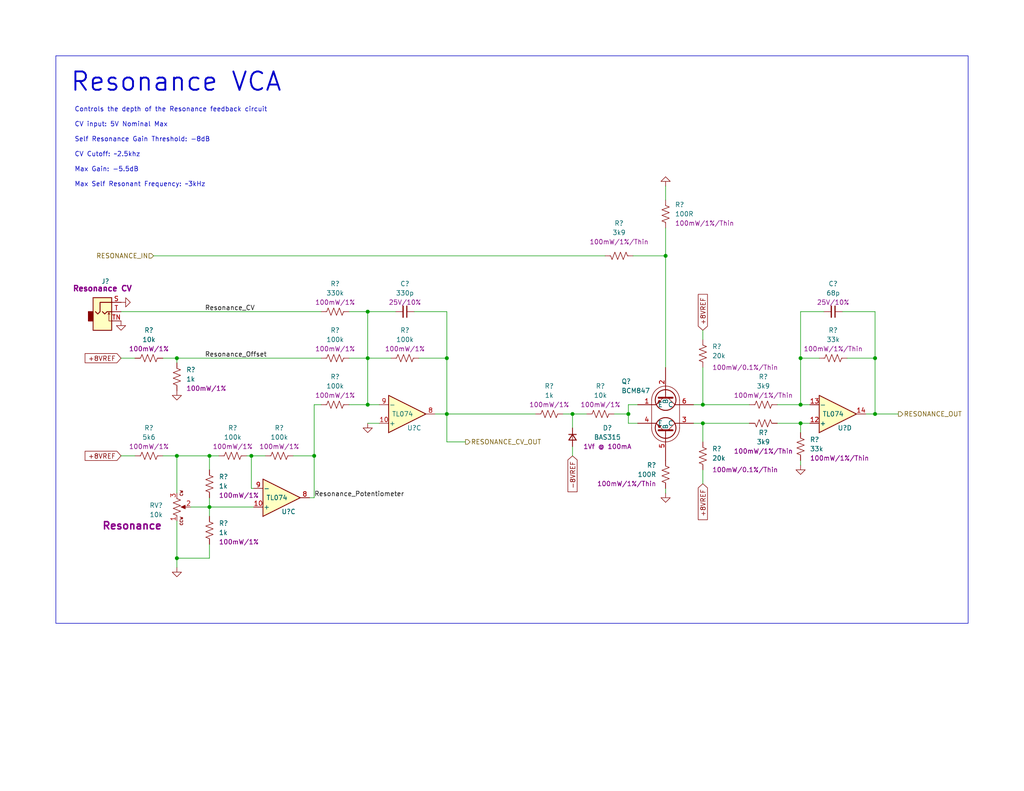
<source format=kicad_sch>
(kicad_sch (version 20230121) (generator eeschema)
  (paper "USLetter")
  (title_block (title "Neptune") (date "2023-07-20") (rev "v0") (company "Winterbloom") (comment 1 "Carson Walls") (comment 2 "CERN-OHL-P v2") (comment 3 "neptune.wntr.dev"))
  (lib_symbols
    (symbol "Carson's Schematic Symbols:BCM847"
      (property "Reference" "Q" (at -10.795 5.715 0))
      (property "Value" "BCM847" (at -10.795 8.255 0))
      (symbol "BCM847_0_1"
        (arc (start -7.62 0) (mid -6.5036 -2.6936) (end -3.81 -3.81))
        (circle (center -3.81 0) (radius 2.8194) (stroke (width 0.254)))
        (arc (start -3.81 3.81) (mid -6.5033 2.6933) (end -7.62 0))
        (polyline (pts (xy -4.445 0.635) (xy -2.54 2.54)))
        (polyline (pts (xy 3.81 -3.81) (xy -3.81 -3.81)))
        (polyline (pts (xy 3.81 3.81) (xy -3.81 3.81)))
        (polyline (pts (xy 4.445 0.635) (xy 2.54 2.54)))
        (polyline (pts (xy -4.445 -0.635) (xy -2.54 -2.54) (xy -2.54 -2.54)))
        (polyline (pts (xy -4.445 1.905) (xy -4.445 -1.905) (xy -4.445 -1.905)) (stroke (width 0.508)))
        (polyline (pts (xy 4.445 -0.635) (xy 2.54 -2.54) (xy 2.54 -2.54)))
        (polyline (pts (xy 4.445 1.905) (xy 4.445 -1.905) (xy 4.445 -1.905)) (stroke (width 0.508)))
        (polyline (pts (xy -3.81 -1.778) (xy -3.302 -1.27) (xy -2.794 -2.286) (xy -3.81 -1.778) (xy -3.81 -1.778)) (fill (type outline)))
        (polyline (pts (xy 3.81 -1.778) (xy 3.302 -1.27) (xy 2.794 -2.286) (xy 3.81 -1.778) (xy 3.81 -1.778)) (fill (type outline)))
        (arc (start 3.81 -3.81) (mid 6.5037 -2.6937) (end 7.62 0))
        (circle (center 3.81 0) (radius 2.8194) (stroke (width 0.254)))
        (arc (start 7.62 0) (mid 6.5035 2.6935) (end 3.81 3.81))
      )
      (symbol "BCM847_1_1"
        (pin passive line (at -2.54 -7.62 90) (length 5) (name "E") (number "1"))
        (pin input line (at -12.7 0 0) (length 8) (name "B") (number "2"))
        (pin passive line (at 2.54 7.62 270) (length 5) (name "C") (number "3"))
        (pin passive line (at 2.54 -7.62 90) (length 5) (name "E") (number "4"))
        (pin input line (at 12.7 0 180) (length 8) (name "B") (number "5"))
        (pin passive line (at -2.54 7.62 270) (length 5) (name "C") (number "6"))
      )
    )
    (symbol "Device:C_Small" (pin_numbers hide) (pin_names (offset 0.254) hide)
      (property "Reference" "C" (at 0.254 1.778 0))
      (property "Value" "C_Small" (at 0.254 -2.032 0))
      (symbol "C_Small_0_1"
        (polyline (pts (xy -1.524 -0.508) (xy 1.524 -0.508)) (stroke (width 0.3302)))
        (polyline (pts (xy -1.524 0.508) (xy 1.524 0.508)) (stroke (width 0.3048)))
      )
      (symbol "C_Small_1_1"
        (pin passive line (at 0 2.54 270) (length 2.032) (name "~") (number "1"))
        (pin passive line (at 0 -2.54 90) (length 2.032) (name "~") (number "2"))
      )
    )
    (symbol "Device:D_Small" (pin_numbers hide) (pin_names (offset 0.254) hide)
      (property "Reference" "D" (at -1.27 2.032 0))
      (property "Value" "D_Small" (at -3.81 -2.032 0))
      (symbol "D_Small_0_1"
        (polyline (pts (xy -0.762 -1.016) (xy -0.762 1.016)) (stroke (width 0.254)))
        (polyline (pts (xy -0.762 0) (xy 0.762 0)))
        (polyline (pts (xy 0.762 -1.016) (xy -0.762 0) (xy 0.762 1.016) (xy 0.762 -1.016)) (stroke (width 0.254)))
      )
      (symbol "D_Small_1_1"
        (pin passive line (at -2.54 0 0) (length 1.778) (name "K") (number "1"))
        (pin passive line (at 2.54 0 180) (length 1.778) (name "A") (number "2"))
      )
    )
    (symbol "Device:R_US" (pin_numbers hide) (pin_names (offset 0))
      (property "Reference" "R" (at 2.54 0 90))
      (property "Value" "R_US" (at -2.54 0 90))
      (symbol "R_US_0_1"
        (polyline (pts (xy 0 -2.286) (xy 0 -2.54)))
        (polyline (pts (xy 0 2.286) (xy 0 2.54)))
        (polyline (pts (xy 0 -0.762) (xy 1.016 -1.143) (xy 0 -1.524) (xy -1.016 -1.905) (xy 0 -2.286)))
        (polyline (pts (xy 0 0.762) (xy 1.016 0.381) (xy 0 0) (xy -1.016 -0.381) (xy 0 -0.762)))
        (polyline (pts (xy 0 2.286) (xy 1.016 1.905) (xy 0 1.524) (xy -1.016 1.143) (xy 0 0.762)))
      )
      (symbol "R_US_1_1"
        (pin passive line (at 0 3.81 270) (length 1.27) (name "~") (number "1"))
        (pin passive line (at 0 -3.81 90) (length 1.27) (name "~") (number "2"))
      )
    )
    (symbol "power:GND" (power) (pin_names (offset 0))
      (property "Value" "GND" (at 0 -3.81 0))
      (symbol "GND_0_1"
        (polyline (pts (xy 0 0) (xy 0 -1.27) (xy 1.27 -1.27) (xy 0 -2.54) (xy -1.27 -1.27) (xy 0 -1.27)))
      )
      (symbol "GND_1_1"
        (pin power_in line (at 0 0 270) (length 0) hide (name "GND") (number "1"))
      )
    )
    (symbol "winterbloom:Eurorack_Mono_Jack" (pin_names hide)
      (property "Reference" "J" (at 3.302 -4.064 0))
      (property "Value" "Eurorack_Mono_Jack" (at 0 5.08 0))
      (symbol "Eurorack_Mono_Jack_0_1"
        (rectangle (start -2.54 -5.08) (end 2.54 3.81) (stroke (width 0.254)) (fill (type background)))
        (polyline (pts (xy -1.778 -1.016) (xy -2.032 -0.508)))
        (polyline (pts (xy -2.54 1.27) (xy -1.778 1.27) (xy -1.778 -1.016) (xy -1.524 -0.508)))
        (polyline (pts (xy 0 -1.27) (xy -0.635 -0.635) (xy -1.27 -1.27) (xy -2.54 -1.27)) (stroke (width 0.254)))
        (polyline (pts (xy -2.54 -3.81) (xy 0.635 -3.81) (xy 0.635 -1.27) (xy 1.27 -0.635) (xy 1.905 -1.27)) (stroke (width 0.254)))
        (rectangle (start 2.54 -1.27) (end 3.81 1.27) (stroke (width 0.254)) (fill (type outline)))
      )
      (symbol "Eurorack_Mono_Jack_1_1"
        (pin passive line (at -5.08 -3.81 0) (length 2.54) (name "Sleeve") (number "S"))
        (pin passive line (at -5.08 -1.27 0) (length 2.54) (name "Tip") (number "T"))
        (pin passive line (at -5.08 1.27 0) (length 2.54) (name "Tip_normalize") (number "TN"))
      )
    )
    (symbol "winterbloom:Eurorack_Pot" (pin_names (offset 1.016) hide)
      (property "Reference" "RV" (at 0 4.445 0))
      (property "Value" "Eurorack_Pot" (at 0 2.54 0))
      (symbol "Eurorack_Pot_0_0"
        (text "CCW" (at -3.81 -1.27 0) (effects (font (size 0.762 0.762))))
        (text "CW" (at 3.81 -1.27 0) (effects (font (size 0.762 0.762))))
      )
      (symbol "Eurorack_Pot_0_1"
        (polyline (pts (xy -2.286 0) (xy -2.54 0)))
        (polyline (pts (xy 0 -2.54) (xy 0 -1.524)))
        (polyline (pts (xy 2.54 0) (xy 2.286 0)))
        (polyline (pts (xy 0 -1.143) (xy 0.508 -2.286) (xy -0.508 -2.286) (xy 0 -1.143)) (fill (type outline)))
        (polyline (pts (xy -0.762 0) (xy -1.143 -1.016) (xy -1.524 0) (xy -1.905 1.016) (xy -2.286 0)))
        (polyline (pts (xy 0.762 0) (xy 0.381 -1.016) (xy 0 0) (xy -0.381 1.016) (xy -0.762 0)))
        (polyline (pts (xy 2.286 0) (xy 1.905 -1.016) (xy 1.524 0) (xy 1.143 1.016) (xy 0.762 0)))
      )
      (symbol "Eurorack_Pot_1_1"
        (pin passive line (at -3.81 0 0) (length 1.27) (name "1") (number "1"))
        (pin passive line (at 0 -3.81 90) (length 1.27) (name "2") (number "2"))
        (pin passive line (at 3.81 0 180) (length 1.27) (name "3") (number "3"))
      )
    )
    (symbol "winterbloom:TL074" (pin_names (offset 0.127))
      (property "Reference" "U" (at 0 3.81 0))
      (property "Value" "TL074" (at 0 -3.81 0))
      (symbol "TL074_1_1"
        (polyline (pts (xy -5.08 5.08) (xy 5.08 0) (xy -5.08 -5.08) (xy -5.08 5.08)) (stroke (width 0.254)) (fill (type background)))
        (pin output line (at 7.62 0 180) (length 2.54) (name "~") (number "1"))
        (pin input line (at -7.62 -2.54 0) (length 2.54) (name "-") (number "2"))
        (pin input line (at -7.62 2.54 0) (length 2.54) (name "+") (number "3"))
      )
      (symbol "TL074_2_1"
        (polyline (pts (xy -5.08 5.08) (xy 5.08 0) (xy -5.08 -5.08) (xy -5.08 5.08)) (stroke (width 0.254)) (fill (type background)))
        (pin input line (at -7.62 2.54 0) (length 2.54) (name "+") (number "5"))
        (pin input line (at -7.62 -2.54 0) (length 2.54) (name "-") (number "6"))
        (pin output line (at 7.62 0 180) (length 2.54) (name "~") (number "7"))
      )
      (symbol "TL074_3_1"
        (polyline (pts (xy -5.08 5.08) (xy 5.08 0) (xy -5.08 -5.08) (xy -5.08 5.08)) (stroke (width 0.254)) (fill (type background)))
        (pin input line (at -7.62 2.54 0) (length 2.54) (name "+") (number "10"))
        (pin output line (at 7.62 0 180) (length 2.54) (name "~") (number "8"))
        (pin input line (at -7.62 -2.54 0) (length 2.54) (name "-") (number "9"))
      )
      (symbol "TL074_4_1"
        (polyline (pts (xy -5.08 5.08) (xy 5.08 0) (xy -5.08 -5.08) (xy -5.08 5.08)) (stroke (width 0.254)) (fill (type background)))
        (pin input line (at -7.62 2.54 0) (length 2.54) (name "+") (number "12"))
        (pin input line (at -7.62 -2.54 0) (length 2.54) (name "-") (number "13"))
        (pin output line (at 7.62 0 180) (length 2.54) (name "~") (number "14"))
      )
      (symbol "TL074_5_1"
        (polyline (pts (xy -5.08 5.08) (xy 5.08 0) (xy -5.08 -5.08) (xy -5.08 5.08)) (stroke (width 0.254)) (fill (type background)))
        (pin power_in line (at -2.54 -7.62 90) (length 3.81) (name "V-") (number "11"))
        (pin power_in line (at -2.54 7.62 270) (length 3.81) (name "V+") (number "4"))
      )
    )
  )
  (junction (at 48.26 152.4))
  (junction (at 191.77 110.49))
  (junction (at 100.33 110.49))
  (junction (at 57.15 124.46))
  (junction (at 171.45 113.03))
  (junction (at 191.77 115.57))
  (junction (at 181.61 69.85))
  (junction (at 218.44 115.57))
  (junction (at 218.44 110.49))
  (junction (at 100.33 97.79))
  (junction (at 238.76 113.03))
  (junction (at 57.15 138.43))
  (junction (at 85.725 124.46))
  (junction (at 121.92 113.03))
  (junction (at 121.92 97.79))
  (junction (at 218.44 97.79))
  (junction (at 48.26 97.79))
  (junction (at 100.33 85.09))
  (junction (at 48.26 124.46))
  (junction (at 156.21 113.03))
  (junction (at 238.76 97.79))
  (junction (at 68.58 124.46))
  (wire (pts (xy 67.31 124.46) (xy 68.58 124.46)))
  (wire (pts (xy 52.07 138.43) (xy 57.15 138.43)))
  (wire (pts (xy 156.21 113.03) (xy 160.02 113.03)))
  (wire (pts (xy 100.33 97.79) (xy 106.68 97.79)))
  (wire (pts (xy 57.15 135.89) (xy 57.15 138.43)))
  (wire (pts (xy 121.92 120.65) (xy 121.92 113.03)))
  (wire (pts (xy 171.45 110.49) (xy 173.99 110.49)))
  (wire (pts (xy 218.44 97.79) (xy 223.52 97.79)))
  (wire (pts (xy 238.76 113.03) (xy 245.11 113.03)))
  (wire (pts (xy 181.61 62.23) (xy 181.61 69.85)))
  (wire (pts (xy 95.25 110.49) (xy 100.33 110.49)))
  (wire (pts (xy 191.77 90.17) (xy 191.77 92.71)))
  (wire (pts (xy 95.25 97.79) (xy 100.33 97.79)))
  (wire (pts (xy 100.33 85.09) (xy 100.33 97.79)))
  (wire (pts (xy 57.15 152.4) (xy 48.26 152.4)))
  (wire (pts (xy 218.44 115.57) (xy 218.44 118.11)))
  (wire (pts (xy 80.01 124.46) (xy 85.725 124.46)))
  (wire (pts (xy 121.92 85.09) (xy 113.03 85.09)))
  (wire (pts (xy 218.44 125.73) (xy 218.44 127)))
  (wire (pts (xy 33.02 124.46) (xy 36.83 124.46)))
  (wire (pts (xy 171.45 113.03) (xy 171.45 115.57)))
  (wire (pts (xy 156.21 113.03) (xy 156.21 116.84)))
  (wire (pts (xy 236.22 113.03) (xy 238.76 113.03)))
  (wire (pts (xy 100.33 85.09) (xy 107.95 85.09)))
  (wire (pts (xy 48.26 152.4) (xy 48.26 154.94)))
  (wire (pts (xy 218.44 115.57) (xy 220.98 115.57)))
  (wire (pts (xy 68.58 133.35) (xy 69.215 133.35)))
  (wire (pts (xy 191.77 115.57) (xy 191.77 120.65)))
  (wire (pts (xy 84.455 135.89) (xy 85.725 135.89)))
  (wire (pts (xy 238.76 97.79) (xy 238.76 85.09)))
  (wire (pts (xy 191.77 115.57) (xy 204.47 115.57)))
  (wire (pts (xy 33.02 85.09) (xy 87.63 85.09)))
  (wire (pts (xy 181.61 134.62) (xy 181.61 133.35)))
  (wire (pts (xy 41.91 69.85) (xy 165.1 69.85)))
  (wire (pts (xy 189.23 110.49) (xy 191.77 110.49)))
  (wire (pts (xy 57.15 138.43) (xy 57.15 140.97)))
  (wire (pts (xy 100.33 110.49) (xy 103.505 110.49)))
  (wire (pts (xy 153.67 113.03) (xy 156.21 113.03)))
  (wire (pts (xy 167.64 113.03) (xy 171.45 113.03)))
  (wire (pts (xy 121.92 113.03) (xy 121.92 97.79)))
  (wire (pts (xy 212.09 110.49) (xy 218.44 110.49)))
  (wire (pts (xy 57.15 124.46) (xy 59.69 124.46)))
  (wire (pts (xy 189.23 115.57) (xy 191.77 115.57)))
  (wire (pts (xy 121.92 97.79) (xy 114.3 97.79)))
  (wire (pts (xy 191.77 128.27) (xy 191.77 132.08)))
  (wire (pts (xy 44.45 124.46) (xy 48.26 124.46)))
  (wire (pts (xy 229.87 85.09) (xy 238.76 85.09)))
  (wire (pts (xy 191.77 100.33) (xy 191.77 110.49)))
  (wire (pts (xy 68.58 124.46) (xy 72.39 124.46)))
  (wire (pts (xy 33.02 97.79) (xy 36.83 97.79)))
  (wire (pts (xy 57.15 128.27) (xy 57.15 124.46)))
  (wire (pts (xy 171.45 110.49) (xy 171.45 113.03)))
  (wire (pts (xy 95.25 85.09) (xy 100.33 85.09)))
  (wire (pts (xy 212.09 115.57) (xy 218.44 115.57)))
  (wire (pts (xy 218.44 110.49) (xy 220.98 110.49)))
  (wire (pts (xy 118.745 113.03) (xy 121.92 113.03)))
  (wire (pts (xy 85.725 124.46) (xy 85.725 135.89)))
  (wire (pts (xy 121.92 113.03) (xy 146.05 113.03)))
  (wire (pts (xy 85.725 110.49) (xy 87.63 110.49)))
  (wire (pts (xy 48.26 124.46) (xy 48.26 134.62)))
  (wire (pts (xy 48.26 97.79) (xy 87.63 97.79)))
  (wire (pts (xy 171.45 115.57) (xy 173.99 115.57)))
  (wire (pts (xy 44.45 97.79) (xy 48.26 97.79)))
  (wire (pts (xy 181.61 69.85) (xy 181.61 100.33)))
  (wire (pts (xy 48.26 97.79) (xy 48.26 99.06)))
  (wire (pts (xy 181.61 50.8) (xy 181.61 54.61)))
  (wire (pts (xy 57.15 148.59) (xy 57.15 152.4)))
  (wire (pts (xy 172.72 69.85) (xy 181.61 69.85)))
  (wire (pts (xy 100.33 97.79) (xy 100.33 110.49)))
  (wire (pts (xy 57.15 124.46) (xy 48.26 124.46)))
  (wire (pts (xy 231.14 97.79) (xy 238.76 97.79)))
  (wire (pts (xy 121.92 97.79) (xy 121.92 85.09)))
  (wire (pts (xy 127 120.65) (xy 121.92 120.65)))
  (wire (pts (xy 224.79 85.09) (xy 218.44 85.09)))
  (wire (pts (xy 68.58 133.35) (xy 68.58 124.46)))
  (wire (pts (xy 191.77 110.49) (xy 204.47 110.49)))
  (wire (pts (xy 57.15 138.43) (xy 69.215 138.43)))
  (wire (pts (xy 85.725 124.46) (xy 85.725 110.49)))
  (wire (pts (xy 156.21 121.92) (xy 156.21 124.46)))
  (wire (pts (xy 100.33 115.57) (xy 103.505 115.57)))
  (wire (pts (xy 48.26 142.24) (xy 48.26 152.4)))
  (wire (pts (xy 238.76 97.79) (xy 238.76 113.03)))
  (wire (pts (xy 218.44 85.09) (xy 218.44 97.79)))
  (wire (pts (xy 218.44 97.79) (xy 218.44 110.49)))
  (rectangle (start 15.24 15.24) (end 264.16 170.18))
  (text "Resonance VCA" (at 19.05 25.4 0) (effects (font (size 5 5) (thickness 0.508) bold) (justify left bottom)))
  (text "Controls the depth of the Resonance feedback circuit \n\nCV input: 5V Nominal Max\n\nSelf Resonance Gain Threshold: -8dB\n\nCV Cutoff: ~2.5khz\n\nMax Gain: -5.5dB\n\nMax Self Resonant Frequency: ~3kHz\n\n\n" (at 20.32 55.245 0) (effects (font (size 1.27 1.27)) (justify left bottom)))
  (label "Resonance_Offset" (at 55.88 97.79 0))
  (label "Resonance_CV" (at 55.88 85.09 0))
  (label "Resonance_Potentiometer" (at 85.725 135.89 0))
  (global_label "+8VREF" (shape input) (at 33.02 124.46 180) (property "Intersheetrefs" "${INTERSHEET_REFS}" (effects hide)))
  (global_label "+8VREF" (shape input) (at 191.77 132.08 270) (property "Intersheetrefs" "${INTERSHEET_REFS}" (effects hide)))
  (global_label "+8VREF" (shape input) (at 33.02 97.79 180) (property "Intersheetrefs" "${INTERSHEET_REFS}" (effects hide)))
  (global_label "-8VREF" (shape input) (at 156.21 124.46 270) (property "Intersheetrefs" "${INTERSHEET_REFS}" (effects hide)))
  (global_label "+8VREF" (shape input) (at 191.77 90.17 90) (property "Intersheetrefs" "${INTERSHEET_REFS}" (effects hide)))
  (hierarchical_label "RESONANCE_IN" (shape input) (at 41.91 69.85 180))
  (hierarchical_label "RESONANCE_CV_OUT" (shape output) (at 127 120.65 0))
  (hierarchical_label "RESONANCE_OUT" (shape output) (at 245.11 113.03 0))
  (symbol (lib_id "Device:R_US") (at 163.83 113.03 270) (unit 1)
    (property "Reference" "R?" (at 163.83 105.41 90))
    (property "Value" "10k" (at 163.83 107.95 90))
    (property "Footprint" "winterbloom:R_0603_HandSolder" (effects hide))
    (property "Rating" "100mW/1%" (at 163.83 110.49 90))
    (instances (project "board" (path "" (reference "R?") (unit 1))) (project "mainboard" (path "" (reference "R?") (unit 1)) (path "" (reference "R?") (unit 1)) (path "" (reference "R613") (unit 1))))
  )
  (symbol (lib_id "Device:R_US") (at 218.44 121.92 0) (unit 1)
    (property "Reference" "R?" (at 220.98 120.015 0) (effects (justify left)))
    (property "Value" "33k" (at 220.98 122.555 0) (effects (justify left)))
    (property "Footprint" "winterbloom:R_0603_HandSolder" (effects hide))
    (property "Rating" "100mW/1%/Thin" (at 220.98 125.095 0) (effects (justify left)))
    (instances (project "board" (path "" (reference "R?") (unit 1))) (project "mainboard" (path "" (reference "R?") (unit 1)) (path "" (reference "R?") (unit 1)) (path "" (reference "R621") (unit 1))))
  )
  (symbol (lib_id "Device:R_US") (at 76.2 124.46 270) (unit 1)
    (property "Reference" "R?" (at 76.2 116.84 90))
    (property "Value" "100k" (at 76.2 119.38 90))
    (property "Footprint" "winterbloom:R_0603_HandSolder" (effects hide))
    (property "Rating" "100mW/1%" (at 76.2 121.92 90))
    (instances (project "board" (path "" (reference "R?") (unit 1))) (project "mainboard" (path "" (reference "R?") (unit 1)) (path "" (reference "R?") (unit 1)) (path "" (reference "R607") (unit 1))))
  )
  (symbol (lib_id "Device:R_US") (at 149.86 113.03 270) (unit 1)
    (property "Reference" "R?" (at 149.86 105.41 90))
    (property "Value" "1k" (at 149.86 107.95 90))
    (property "Footprint" "winterbloom:R_0603_HandSolder" (effects hide))
    (property "Rating" "100mW/1%" (at 149.86 110.49 90))
    (instances (project "board" (path "" (reference "R?") (unit 1))) (project "mainboard" (path "" (reference "R?") (unit 1)) (path "" (reference "R?") (unit 1)) (path "" (reference "R612") (unit 1))))
  )
  (symbol (lib_id "power:GND") (at 181.61 134.62 0) (unit 1)
    (property "Reference" "#PWR?" (effects hide))
    (property "Value" "GND" (effects hide))
    (instances (project "board" (path "" (reference "#PWR?") (unit 1))) (project "mainboard" (path "" (reference "#PWR?") (unit 1)) (path "" (reference "#PWR0607") (unit 1))))
  )
  (symbol (lib_id "power:GND") (at 181.61 50.8 180) (unit 1)
    (property "Reference" "#PWR?" (effects hide))
    (property "Value" "GND" (effects hide))
    (instances (project "board" (path "" (reference "#PWR?") (unit 1))) (project "mainboard" (path "" (reference "#PWR?") (unit 1)) (path "" (reference "#PWR0606") (unit 1))))
  )
  (symbol (lib_id "winterbloom:Eurorack_Mono_Jack") (at 27.94 86.36 180) (unit 1)
    (property "Reference" "J?" (at 28.7528 76.835 0))
    (property "Value" "~" (at 28.7528 79.1464 0))
    (property "Footprint" "winterbloom:AudioJack_WQP518MA_Compact_S_LongPads" (effects hide))
    (property "Datasheet" "http://www.qingpu-electronics.com/en/products/WQP-PJ398SM-362.html" (effects hide))
    (property "MPN" "WQP-WQP518MA" (effects hide))
    (property "Name" "Resonance CV" (at 27.94 78.74 0) (effects (font (size 1.5 1.5) bold)))
    (instances (project "board" (path "" (reference "J?") (unit 1))) (project "mainboard" (path "" (reference "J?") (unit 1)) (path "" (reference "J601") (unit 1))))
  )
  (symbol (lib_id "Device:R_US") (at 191.77 96.52 180) (unit 1)
    (property "Reference" "R?" (at 194.31 94.615 0) (effects (justify right)))
    (property "Value" "20k" (at 194.31 97.155 0) (effects (justify right)))
    (property "Footprint" "winterbloom:R_0603_HandSolder" (effects hide))
    (property "Rating" "100mW/0.1%/Thin" (at 194.31 100.33 0) (effects (justify right)))
    (instances (project "board" (path "" (reference "R?") (unit 1))) (project "mainboard" (path "" (reference "R?") (unit 1)) (path "" (reference "R?") (unit 1)) (path "" (reference "R617") (unit 1))))
  )
  (symbol (lib_id "Device:R_US") (at 181.61 58.42 180) (unit 1)
    (property "Reference" "R?" (at 184.15 55.88 0) (effects (justify right)))
    (property "Value" "100R" (at 184.15 58.42 0) (effects (justify right)))
    (property "Footprint" "winterbloom:R_0603_HandSolder" (effects hide))
    (property "Rating" "100mW/1%/Thin" (at 184.15 60.96 0) (effects (justify right)))
    (instances (project "board" (path "" (reference "R?") (unit 1))) (project "mainboard" (path "" (reference "R?") (unit 1)) (path "" (reference "R?") (unit 1)) (path "" (reference "R615") (unit 1))))
  )
  (symbol (lib_id "Device:R_US") (at 57.15 132.08 0) (unit 1)
    (property "Reference" "R?" (at 59.69 130.175 0) (effects (justify left)))
    (property "Value" "1k" (at 59.69 132.715 0) (effects (justify left)))
    (property "Footprint" "winterbloom:R_0603_HandSolder" (effects hide))
    (property "Rating" "100mW/1%" (at 59.69 135.255 0) (effects (justify left)))
    (instances (project "board" (path "" (reference "R?") (unit 1))) (project "mainboard" (path "" (reference "R?") (unit 1)) (path "" (reference "R?") (unit 1)) (path "" (reference "R604") (unit 1))))
  )
  (symbol (lib_id "Device:R_US") (at 63.5 124.46 270) (unit 1)
    (property "Reference" "R?" (at 63.5 116.84 90))
    (property "Value" "100k" (at 63.5 119.38 90))
    (property "Footprint" "winterbloom:R_0603_HandSolder" (effects hide))
    (property "Rating" "100mW/1%" (at 63.5 121.92 90))
    (instances (project "board" (path "" (reference "R?") (unit 1))) (project "mainboard" (path "" (reference "R?") (unit 1)) (path "" (reference "R?") (unit 1)) (path "" (reference "R606") (unit 1))))
  )
  (symbol (lib_id "power:GND") (at 33.02 82.55 90) (unit 1)
    (property "Reference" "#PWR?" (effects hide))
    (property "Value" "GND" (effects hide))
    (instances (project "board" (path "" (reference "#PWR?") (unit 1))) (project "mainboard" (path "" (reference "#PWR?") (unit 1)) (path "" (reference "#PWR0601") (unit 1))))
  )
  (symbol (lib_id "Device:R_US") (at 227.33 97.79 270) (unit 1)
    (property "Reference" "R?" (at 227.33 90.17 90))
    (property "Value" "33k" (at 227.33 92.71 90))
    (property "Footprint" "winterbloom:R_0603_HandSolder" (effects hide))
    (property "Rating" "100mW/1%/Thin" (at 227.33 95.25 90))
    (instances (project "board" (path "" (reference "R?") (unit 1))) (project "mainboard" (path "" (reference "R?") (unit 1)) (path "" (reference "R?") (unit 1)) (path "" (reference "R622") (unit 1))))
  )
  (symbol (lib_id "Device:R_US") (at 91.44 97.79 270) (unit 1)
    (property "Reference" "R?" (at 91.44 90.17 90))
    (property "Value" "100k" (at 91.44 92.71 90))
    (property "Footprint" "winterbloom:R_0603_HandSolder" (effects hide))
    (property "Rating" "100mW/1%" (at 91.44 95.25 90))
    (instances (project "board" (path "" (reference "R?") (unit 1))) (project "mainboard" (path "" (reference "R?") (unit 1)) (path "" (reference "R?") (unit 1)) (path "" (reference "R609") (unit 1))))
  )
  (symbol (lib_id "Device:R_US") (at 208.28 110.49 270) (unit 1)
    (property "Reference" "R?" (at 208.28 102.87 90))
    (property "Value" "3k9" (at 208.28 105.41 90))
    (property "Footprint" "winterbloom:R_0603_HandSolder" (effects hide))
    (property "Rating" "100mW/1%/Thin" (at 208.28 107.95 90))
    (instances (project "board" (path "" (reference "R?") (unit 1))) (project "mainboard" (path "" (reference "R?") (unit 1)) (path "" (reference "R?") (unit 1)) (path "" (reference "R619") (unit 1))))
  )
  (symbol (lib_id "Device:R_US") (at 57.15 144.78 0) (unit 1)
    (property "Reference" "R?" (at 59.69 142.875 0) (effects (justify left)))
    (property "Value" "1k" (at 59.69 145.415 0) (effects (justify left)))
    (property "Footprint" "winterbloom:R_0603_HandSolder" (effects hide))
    (property "Rating" "100mW/1%" (at 59.69 147.955 0) (effects (justify left)))
    (instances (project "board" (path "" (reference "R?") (unit 1))) (project "mainboard" (path "" (reference "R?") (unit 1)) (path "" (reference "R?") (unit 1)) (path "" (reference "R605") (unit 1))))
  )
  (symbol (lib_id "winterbloom:TL074") (at 76.835 135.89 0) (mirror x) (unit 3)
    (property "Reference" "U?" (at 78.74 139.7 0))
    (property "Value" "TL074" (at 75.565 135.89 0))
    (property "Footprint" "Package_SO:TSSOP-14_4.4x5mm_P0.65mm" (effects hide))
    (property "Datasheet" "https://www.ti.com/lit/ds/symlink/tl071.pdf" (effects hide))
    (property "MPN" "TL074CPW" (effects hide))
    (instances (project "VCA_0.3" (path "" (reference "U?") (unit 3))) (project "mainboard" (path "" (reference "U?") (unit 3)) (path "" (reference "U?") (unit 2))) (project "mainboard" (path "" (reference "U?") (unit 3)) (path "" (reference "U?") (unit 3)) (path "" (reference "U4") (unit 3)) (path "" (reference "U4") (unit 3))) (project "VCA" (path "" (reference "U?") (unit 3)) (path "" (reference "U?") (unit 3))))
  )
  (symbol (lib_id "Device:R_US") (at 168.91 69.85 270) (mirror x) (unit 1)
    (property "Reference" "R?" (at 168.91 60.96 90))
    (property "Value" "3k9" (at 168.91 63.5 90))
    (property "Footprint" "winterbloom:R_0603_HandSolder" (effects hide))
    (property "Rating" "100mW/1%/Thin" (at 168.91 66.04 90))
    (instances (project "board" (path "" (reference "R?") (unit 1))) (project "mainboard" (path "" (reference "R?") (unit 1)) (path "" (reference "R?") (unit 1)) (path "" (reference "R614") (unit 1))))
  )
  (symbol (lib_id "winterbloom:TL074") (at 111.125 113.03 0) (mirror x) (unit 3)
    (property "Reference" "U?" (at 113.03 116.84 0))
    (property "Value" "TL074" (at 109.855 113.03 0))
    (property "Footprint" "Package_SO:TSSOP-14_4.4x5mm_P0.65mm" (effects hide))
    (property "Datasheet" "https://www.ti.com/lit/ds/symlink/tl071.pdf" (effects hide))
    (property "MPN" "TL074CPW" (effects hide))
    (instances (project "VCA_0.3" (path "" (reference "U?") (unit 3))) (project "mainboard" (path "" (reference "U?") (unit 3)) (path "" (reference "U?") (unit 2))) (project "mainboard" (path "" (reference "U?") (unit 3)) (path "" (reference "U?") (unit 3)) (path "" (reference "U4") (unit 2))) (project "VCA" (path "" (reference "U?") (unit 3)) (path "" (reference "U?") (unit 3))))
  )
  (symbol (lib_id "power:GND") (at 100.33 115.57 0) (unit 1)
    (property "Reference" "#PWR?" (effects hide))
    (property "Value" "GND" (effects hide))
    (instances (project "board" (path "" (reference "#PWR?") (unit 1))) (project "mainboard" (path "" (reference "#PWR?") (unit 1)) (path "" (reference "#PWR0605") (unit 1))))
  )
  (symbol (lib_id "Device:R_US") (at 208.28 115.57 270) (mirror x) (unit 1)
    (property "Reference" "R?" (at 208.28 118.11 90))
    (property "Value" "3k9" (at 208.28 120.65 90))
    (property "Footprint" "winterbloom:R_0603_HandSolder" (effects hide))
    (property "Rating" "100mW/1%/Thin" (at 208.28 123.19 90))
    (instances (project "board" (path "" (reference "R?") (unit 1))) (project "mainboard" (path "" (reference "R?") (unit 1)) (path "" (reference "R?") (unit 1)) (path "" (reference "R620") (unit 1))))
  )
  (symbol (lib_id "Device:R_US") (at 110.49 97.79 270) (unit 1)
    (property "Reference" "R?" (at 110.49 90.17 90))
    (property "Value" "100k" (at 110.49 92.71 90))
    (property "Footprint" "winterbloom:R_0603_HandSolder" (effects hide))
    (property "Rating" "100mW/1%" (at 110.49 95.25 90))
    (instances (project "board" (path "" (reference "R?") (unit 1))) (project "mainboard" (path "" (reference "R?") (unit 1)) (path "" (reference "R?") (unit 1)) (path "" (reference "R611") (unit 1))))
  )
  (symbol (lib_id "winterbloom:Eurorack_Pot") (at 48.26 138.43 90) (unit 1)
    (property "Reference" "RV?" (at 44.45 137.9854 90) (effects (justify left)))
    (property "Value" "10k" (at 44.45 140.5254 90) (effects (justify left)))
    (property "Footprint" "winterbloom:Potentiometer_Alpha_R0904N_LongPads" (effects hide))
    (property "Datasheet" "https://www.thonk.co.uk/wp-content/uploads/Documents/alpha/9mm/Alpha%209mm%20Vertical%20-%20Linear%20Taper%20B1K-B500K.pdf" (effects hide))
    (property "MPN" "https://www.thonk.co.uk/shop/alpha-9mm-pots/" (effects hide))
    (property "Notes" "6.35 mm round shaft, 15 mm height" (effects hide))
    (property "Rating" "B10k" (effects hide))
    (property "Name" "Resonance" (at 44.45 143.51 90) (effects (font (size 2 2) bold) (justify left)))
    (instances (project "mainboard" (path "" (reference "RV?") (unit 1))) (project "mainboard" (path "" (reference "RV?") (unit 1)) (path "" (reference "RV?") (unit 1)) (path "" (reference "RV601") (unit 1))))
  )
  (symbol (lib_id "Device:R_US") (at 181.61 129.54 180) (unit 1)
    (property "Reference" "R?" (at 179.07 127 0) (effects (justify left)))
    (property "Value" "100R" (at 179.07 129.54 0) (effects (justify left)))
    (property "Footprint" "winterbloom:R_0603_HandSolder" (effects hide))
    (property "Rating" "100mW/1%/Thin" (at 179.07 132.08 0) (effects (justify left)))
    (instances (project "board" (path "" (reference "R?") (unit 1))) (project "mainboard" (path "" (reference "R?") (unit 1)) (path "" (reference "R?") (unit 1)) (path "" (reference "R616") (unit 1))))
  )
  (symbol (lib_id "Device:R_US") (at 48.26 102.87 180) (unit 1)
    (property "Reference" "R?" (at 50.8 100.965 0) (effects (justify right)))
    (property "Value" "1k" (at 50.8 103.505 0) (effects (justify right)))
    (property "Footprint" "winterbloom:R_0603_HandSolder" (effects hide))
    (property "Rating" "100mW/1%" (at 50.8 106.045 0) (effects (justify right)))
    (instances (project "board" (path "" (reference "R?") (unit 1))) (project "mainboard" (path "" (reference "R?") (unit 1)) (path "" (reference "R?") (unit 1)) (path "" (reference "R603") (unit 1))))
  )
  (symbol (lib_id "Device:R_US") (at 91.44 85.09 270) (unit 1)
    (property "Reference" "R?" (at 91.44 77.47 90))
    (property "Value" "330k" (at 91.44 80.01 90))
    (property "Footprint" "winterbloom:R_0603_HandSolder" (effects hide))
    (property "Rating" "100mW/1%" (at 91.44 82.55 90))
    (instances (project "board" (path "" (reference "R?") (unit 1))) (project "mainboard" (path "" (reference "R?") (unit 1)) (path "" (reference "R?") (unit 1)) (path "" (reference "R608") (unit 1))))
  )
  (symbol (lib_id "power:GND") (at 48.26 154.94 0) (unit 1)
    (property "Reference" "#PWR?" (effects hide))
    (property "Value" "GND" (effects hide))
    (instances (project "board" (path "" (reference "#PWR?") (unit 1))) (project "mainboard" (path "" (reference "#PWR?") (unit 1)) (path "" (reference "#PWR0604") (unit 1))))
  )
  (symbol (lib_id "power:GND") (at 218.44 127 0) (unit 1)
    (property "Reference" "#PWR?" (effects hide))
    (property "Value" "GND" (effects hide))
    (instances (project "board" (path "" (reference "#PWR?") (unit 1))) (project "mainboard" (path "" (reference "#PWR?") (unit 1)) (path "" (reference "#PWR0608") (unit 1))))
  )
  (symbol (lib_id "winterbloom:TL074") (at 228.6 113.03 0) (mirror x) (unit 4)
    (property "Reference" "U?" (at 230.505 116.84 0))
    (property "Value" "TL074" (at 227.33 113.03 0))
    (property "Footprint" "Package_SO:TSSOP-14_4.4x5mm_P0.65mm" (effects hide))
    (property "Datasheet" "https://www.ti.com/lit/ds/symlink/tl071.pdf" (effects hide))
    (property "MPN" "TL074CPW" (effects hide))
    (instances (project "mainboard" (path "" (reference "U?") (unit 4)) (path "" (reference "U?") (unit 1))) (project "mainboard" (path "" (reference "U?") (unit 4)) (path "" (reference "U?") (unit 4)) (path "" (reference "U4") (unit 1))))
  )
  (symbol (lib_id "Device:R_US") (at 91.44 110.49 270) (unit 1)
    (property "Reference" "R?" (at 91.44 102.87 90))
    (property "Value" "100k" (at 91.44 105.41 90))
    (property "Footprint" "winterbloom:R_0603_HandSolder" (effects hide))
    (property "Rating" "100mW/1%" (at 91.44 107.95 90))
    (instances (project "board" (path "" (reference "R?") (unit 1))) (project "mainboard" (path "" (reference "R?") (unit 1)) (path "" (reference "R?") (unit 1)) (path "" (reference "R610") (unit 1))))
  )
  (symbol (lib_id "Device:R_US") (at 40.64 97.79 90) (unit 1)
    (property "Reference" "R?" (at 40.64 90.17 90))
    (property "Value" "10k" (at 40.64 92.71 90))
    (property "Footprint" "winterbloom:R_0603_HandSolder" (effects hide))
    (property "Rating" "100mW/1%" (at 40.64 95.25 90))
    (instances (project "board" (path "" (reference "R?") (unit 1))) (project "mainboard" (path "" (reference "R?") (unit 1)) (path "" (reference "R?") (unit 1)) (path "" (reference "R601") (unit 1))))
  )
  (symbol (lib_id "Device:R_US") (at 191.77 124.46 180) (unit 1)
    (property "Reference" "R?" (at 194.31 122.555 0) (effects (justify right)))
    (property "Value" "20k" (at 194.31 125.095 0) (effects (justify right)))
    (property "Footprint" "winterbloom:R_0603_HandSolder" (effects hide))
    (property "Rating" "100mW/0.1%/Thin" (at 194.31 128.27 0) (effects (justify right)))
    (instances (project "board" (path "" (reference "R?") (unit 1))) (project "mainboard" (path "" (reference "R?") (unit 1)) (path "" (reference "R?") (unit 1)) (path "" (reference "R618") (unit 1))))
  )
  (symbol (lib_id "power:GND") (at 33.02 87.63 0) (unit 1)
    (property "Reference" "#PWR?" (effects hide))
    (property "Value" "GND" (effects hide))
    (instances (project "board" (path "" (reference "#PWR?") (unit 1))) (project "mainboard" (path "" (reference "#PWR?") (unit 1)) (path "" (reference "#PWR0602") (unit 1))))
  )
  (symbol (lib_id "Device:R_US") (at 40.64 124.46 270) (unit 1)
    (property "Reference" "R?" (at 40.64 116.84 90))
    (property "Value" "5k6" (at 40.64 119.38 90))
    (property "Footprint" "winterbloom:R_0603_HandSolder" (effects hide))
    (property "Rating" "100mW/1%" (at 40.64 121.92 90))
    (instances (project "board" (path "" (reference "R?") (unit 1))) (project "mainboard" (path "" (reference "R?") (unit 1)) (path "" (reference "R?") (unit 1)) (path "" (reference "R602") (unit 1))))
  )
  (symbol (lib_id "Device:D_Small") (at 156.21 119.38 90) (mirror x) (unit 1)
    (property "Reference" "D?" (at 165.735 116.84 90))
    (property "Value" "BAS315" (at 165.735 119.38 90))
    (property "Footprint" "winterbloom:D_SOD-323" (effects hide))
    (property "MPN" "BAS316,115" (effects hide))
    (property "Rating" "1Vf @ 100mA" (at 165.735 121.92 90))
    (property "Notes" "Clipping diode" (effects hide))
    (instances (project "mainboard" (path "" (reference "D?") (unit 1)) (path "" (reference "D?") (unit 1)) (path "" (reference "D601") (unit 1)) (path "" (reference "D701") (unit 1))) (project "Diode_Ladder_Filter_V0.5" (path "" (reference "D?") (unit 1))))
  )
  (symbol (lib_id "power:GND") (at 48.26 106.68 0) (unit 1)
    (property "Reference" "#PWR?" (effects hide))
    (property "Value" "GND" (effects hide))
    (instances (project "board" (path "" (reference "#PWR?") (unit 1))) (project "mainboard" (path "" (reference "#PWR?") (unit 1)) (path "" (reference "#PWR0603") (unit 1))))
  )
  (symbol (lib_id "Device:C_Small") (at 227.33 85.09 270) (unit 1)
    (property "Reference" "C?" (at 227.3236 77.47 90))
    (property "Value" "68p" (at 227.3236 80.01 90))
    (property "Footprint" "winterbloom:C_0603_HandSolder" (effects hide))
    (property "Rating" "25V/10%" (at 227.3236 82.55 90))
    (instances (project "board" (path "" (reference "C?") (unit 1))) (project "mainboard" (path "" (reference "C?") (unit 1)) (path "" (reference "C?") (unit 1)) (path "" (reference "C602") (unit 1))))
  )
  (symbol (lib_id "Device:C_Small") (at 110.49 85.09 270) (unit 1)
    (property "Reference" "C?" (at 110.4836 77.47 90))
    (property "Value" "330p" (at 110.4836 80.01 90))
    (property "Footprint" "winterbloom:C_0603_HandSolder" (effects hide))
    (property "Rating" "25V/10%" (at 110.4836 82.55 90))
    (instances (project "board" (path "" (reference "C?") (unit 1))) (project "mainboard" (path "" (reference "C?") (unit 1)) (path "" (reference "C?") (unit 1)) (path "" (reference "C601") (unit 1))))
  )
  (symbol (lib_id "Carson's Schematic Symbols:BCM847") (at 181.61 113.03 270) (unit 1)
    (property "Reference" "Q?" (at 169.545 104.14 90) (effects (justify left)))
    (property "Value" "BCM847" (at 169.545 106.68 90) (effects (justify left)))
    (property "Footprint" "Package_TO_SOT_SMD:SOT-363_SC-70-6" (effects hide))
    (property "Attention" "!" (effects hide))
    (property "MPN" "BCM847BS,115" (effects hide))
    (instances (project "mainboard" (path "" (reference "Q?") (unit 1)) (path "" (reference "Q601") (unit 1))) (project "Diode_Ladder_Filter_V0.5" (path "" (reference "Q?") (unit 1))))
  )
)
</source>
